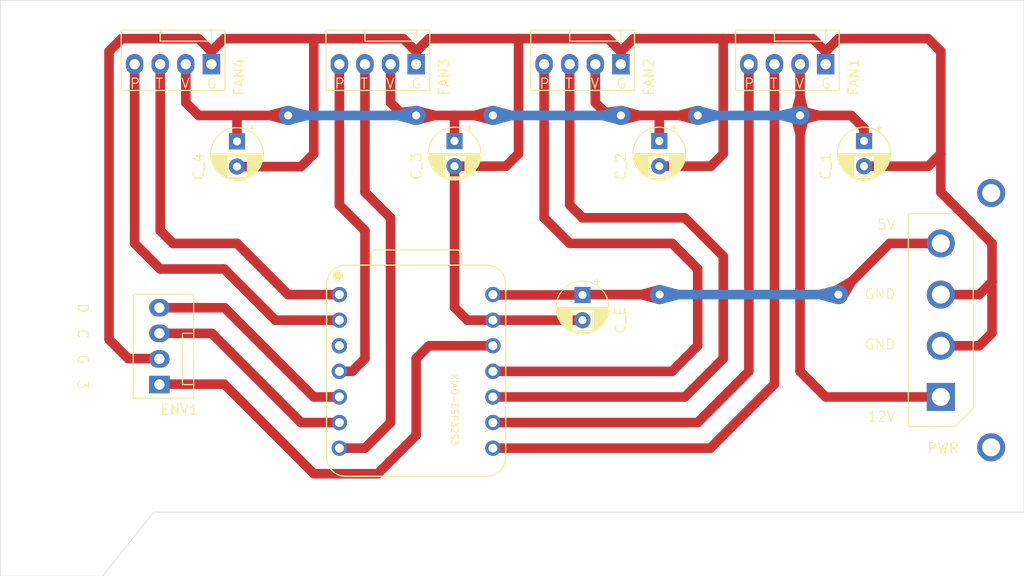
<source format=kicad_pcb>
(kicad_pcb (version 20240108) (generator "pcbnew") (generator_version "8.0")
  (layers (0 "F.Cu" signal) (31 "B.Cu" signal) (37 "F.SilkS" user "F.Silkscreen") (44 "Edge.Cuts" user))
  (net 0 "")
  (net 1 "SDA")
  (net 2 "SCL")
  (net 3 "5V")
  (net 4 "12V")
  (net 5 "GND")
  (net 6 "3V3")
  (net 7 "PWM1")
  (net 8 "PWM2")
  (net 9 "PWM3")
  (net 10 "PWM4")
  (net 11 "TACHO1")
  (net 12 "TACHO2")
  (net 13 "TACHO3")
  (net 14 "TACHO4")
  (footprint "Custom Project:PWM 4-pin Fan Header" (layer "F.Cu") (at 126.345 82.51)
    (property "Reference" "FAN3" (at 6.604 1.31 90) (layer "F.SilkS"))
    (property "Value" "PWM 4-pin Fan Header")
    (fp_text user "V" (at 0.762 2.54 0) (layer "F.SilkS") (effects (font (thickness 0.1)) (justify left bottom)))
    (fp_text user "G" (at 3.302 2.54 0) (layer "F.SilkS") (effects (font (thickness 0.1)) (justify left bottom)))
    (fp_text user "P" (at -4.318 2.54 0) (layer "F.SilkS") (effects (font (thickness 0.1)) (justify left bottom)))
    (fp_text user "T" (at -1.778 2.54 0) (layer "F.SilkS") (effects (font (thickness 0.1)) (justify left bottom)))
    (pad "1" thru_hole rect (at 3.83 0.04 270) (size 2.03 1.73) (drill 1.02) (layers "*.Cu" "*.Mask") (net 5 "GND"))
    (pad "2" thru_hole oval (at 1.29 0.04 270) (size 2.03 1.73) (drill 1.02) (layers "*.Cu" "*.Mask") (net 4 "12V"))
    (pad "3" thru_hole oval (at -1.25 0.04 270) (size 2.03 1.73) (drill 1.02) (layers "*.Cu" "*.Mask") (net 13 "TACHO3"))
    (pad "4" thru_hole oval (at -3.79 0.04 270) (size 2.03 1.73) (drill 1.02) (layers "*.Cu" "*.Mask") (net 9 "PWM3"))
  )
  (footprint "Capacitor_THT:CP_Radial_D5.0mm_P2.50mm" (layer "F.Cu") (at 154.305 90.17 -90)
    (property "Reference" "C_2" (at 2.54 3.81 90) (layer "F.SilkS"))
    (property "Value" "CP_Radial_D5.0mm_P2.50mm")
    (pad "1" thru_hole rect (at 0 0 270) (size 1.6 1.6) (drill 0.8) (layers "*.Cu" "*.Mask") (net 4 "12V"))
    (pad "2" thru_hole circle (at 2.5 0 270) (size 1.6 1.6) (drill 0.8) (layers "*.Cu" "*.Mask") (net 5 "GND"))
  )
  (footprint "Capacitor_THT:CP_Radial_D5.0mm_P2.50mm" (layer "F.Cu") (at 174.625 90.17 -90)
    (property "Reference" "C_1" (at 2.5 3.81 90) (layer "F.SilkS"))
    (property "Value" "CP_Radial_D5.0mm_P2.50mm")
    (pad "1" thru_hole rect (at 0 0 270) (size 1.6 1.6) (drill 0.8) (layers "*.Cu" "*.Mask") (net 4 "12V"))
    (pad "2" thru_hole circle (at 2.5 0 270) (size 1.6 1.6) (drill 0.8) (layers "*.Cu" "*.Mask") (net 5 "GND"))
  )
  (footprint "Capacitor_THT:CP_Radial_D5.0mm_P2.50mm" (layer "F.Cu") (at 112.395 90.21 -90)
    (property "Reference" "C_4" (at 2.5 3.81 90) (layer "F.SilkS"))
    (property "Value" "CP_Radial_D5.0mm_P2.50mm")
    (pad "1" thru_hole rect (at 0 0 270) (size 1.6 1.6) (drill 0.8) (layers "*.Cu" "*.Mask") (net 4 "12V"))
    (pad "2" thru_hole circle (at 2.5 0 270) (size 1.6 1.6) (drill 0.8) (layers "*.Cu" "*.Mask") (net 5 "GND"))
  )
  (footprint "Capacitor_THT:CP_Radial_D5.0mm_P2.50mm" (layer "F.Cu") (at 133.985 90.17 -90)
    (property "Reference" "C_3" (at 2.5 3.81 90) (layer "F.SilkS"))
    (property "Value" "CP_Radial_D5.0mm_P2.50mm")
    (pad "1" thru_hole rect (at 0 0 270) (size 1.6 1.6) (drill 0.8) (layers "*.Cu" "*.Mask") (net 4 "12V"))
    (pad "2" thru_hole circle (at 2.5 0 270) (size 1.6 1.6) (drill 0.8) (layers "*.Cu" "*.Mask") (net 5 "GND"))
  )
  (footprint "Custom Project:PWM 4-pin Fan Header" (layer "F.Cu") (at 146.665 82.51)
    (property "Reference" "FAN2" (at 6.604 1.31 90) (layer "F.SilkS"))
    (property "Value" "PWM 4-pin Fan Header")
    (fp_text user "G" (at 3.302 2.54 0) (layer "F.SilkS") (effects (font (thickness 0.1)) (justify left bottom)))
    (fp_text user "P" (at -4.318 2.54 0) (layer "F.SilkS") (effects (font (thickness 0.1)) (justify left bottom)))
    (fp_text user "V" (at 0.762 2.54 0) (layer "F.SilkS") (effects (font (thickness 0.1)) (justify left bottom)))
    (fp_text user "T" (at -1.778 2.54 0) (layer "F.SilkS") (effects (font (thickness 0.1)) (justify left bottom)))
    (pad "1" thru_hole rect (at 3.83 0.04 270) (size 2.03 1.73) (drill 1.02) (layers "*.Cu" "*.Mask") (net 5 "GND"))
    (pad "2" thru_hole oval (at 1.29 0.04 270) (size 2.03 1.73) (drill 1.02) (layers "*.Cu" "*.Mask") (net 4 "12V"))
    (pad "3" thru_hole oval (at -1.25 0.04 270) (size 2.03 1.73) (drill 1.02) (layers "*.Cu" "*.Mask") (net 12 "TACHO2"))
    (pad "4" thru_hole oval (at -3.79 0.04 270) (size 2.03 1.73) (drill 1.02) (layers "*.Cu" "*.Mask") (net 8 "PWM2"))
  )
  (footprint "MountingHole:MountingHole_3.2mm_M3" (layer "F.Cu") (at 93.98 125.63)
    (property "Reference" "REF**" (hide yes))
    (property "Value" "MountingHole_3.2mm_M3")
    (pad "" np_thru_hole circle (at 0 0) (size 3.2 3.2) (drill 3.2) (layers "*.Cu" "*.Mask"))
  )
  (footprint "Capacitor_THT:CP_Radial_D5.0mm_P2.50mm" (layer "F.Cu") (at 146.685 105.45 -90)
    (property "Reference" "C_E" (at 2.5 -3.75 90) (layer "F.SilkS"))
    (property "Value" "CP_Radial_D5.0mm_P2.50mm")
    (pad "1" thru_hole rect (at 0 0 270) (size 1.6 1.6) (drill 0.8) (layers "*.Cu" "*.Mask") (net 3 "5V"))
    (pad "2" thru_hole circle (at 2.5 0 270) (size 1.6 1.6) (drill 0.8) (layers "*.Cu" "*.Mask") (net 5 "GND"))
  )
  (footprint "MountingHole:MountingHole_3.2mm_M3" (layer "F.Cu") (at 93.98 87.63)
    (property "Reference" "REF**" (hide yes))
    (property "Value" "MountingHole_3.2mm_M3")
    (pad "" np_thru_hole circle (at 0 0) (size 3.2 3.2) (drill 3.2) (layers "*.Cu" "*.Mask"))
  )
  (footprint "Custom Project:XIAO-ESP32S3-DIP" (layer "F.Cu") (at 130.175 113.03)
    (property "Reference" "XIAO-ESP32S3" (at 3.81 3.81 -90) (layer "F.SilkS") (effects (font (size 0.635 0.635) (thickness 0.1016))))
    (property "Value" "XIAO-ESP32-S3-DIP")
    (pad "1" thru_hole circle (at -7.62 -7.62 180) (size 1.524 1.524) (drill 0.889) (layers "*.Cu" "*.Mask") (net 14 "TACHO4"))
    (pad "2" thru_hole circle (at -7.62 -5.08 180) (size 1.524 1.524) (drill 0.889) (layers "*.Cu" "*.Mask") (net 10 "PWM4"))
    (pad "3" thru_hole circle (at -7.62 -2.54 180) (size 1.524 1.524) (drill 0.889) (layers "*.Cu" "*.Mask"))
    (pad "4" thru_hole circle (at -7.62 0 180) (size 1.524 1.524) (drill 0.889) (layers "*.Cu" "*.Mask") (net 9 "PWM3"))
    (pad "5" thru_hole circle (at -7.62 2.54 180) (size 1.524 1.524) (drill 0.889) (layers "*.Cu" "*.Mask") (net 1 "SDA"))
    (pad "6" thru_hole circle (at -7.62 5.08 180) (size 1.524 1.524) (drill 0.889) (layers "*.Cu" "*.Mask") (net 2 "SCL"))
    (pad "7" thru_hole circle (at -7.62 7.62 180) (size 1.524 1.524) (drill 0.889) (layers "*.Cu" "*.Mask") (net 13 "TACHO3"))
    (pad "8" thru_hole circle (at 7.62 7.62) (size 1.524 1.524) (drill 0.889) (layers "*.Cu" "*.Mask") (net 11 "TACHO1"))
    (pad "9" thru_hole circle (at 7.62 5.08) (size 1.524 1.524) (drill 0.889) (layers "*.Cu" "*.Mask") (net 7 "PWM1"))
    (pad "10" thru_hole circle (at 7.62 2.54) (size 1.524 1.524) (drill 0.889) (layers "*.Cu" "*.Mask") (net 12 "TACHO2"))
    (pad "11" thru_hole circle (at 7.62 0) (size 1.524 1.524) (drill 0.889) (layers "*.Cu" "*.Mask") (net 8 "PWM2"))
    (pad "12" thru_hole circle (at 7.62 -2.54) (size 1.524 1.524) (drill 0.889) (layers "*.Cu" "*.Mask") (net 6 "3V3"))
    (pad "13" thru_hole circle (at 7.62 -5.08) (size 1.524 1.524) (drill 0.889) (layers "*.Cu" "*.Mask") (net 5 "GND"))
    (pad "14" thru_hole circle (at 7.62 -7.62) (size 1.524 1.524) (drill 0.889) (layers "*.Cu" "*.Mask") (net 3 "5V"))
  )
  (footprint "Custom Project:PWM 4-pin Fan Header" (layer "F.Cu") (at 106.025 82.51)
    (property "Reference" "FAN4" (at 6.604 1.31 90) (layer "F.SilkS"))
    (property "Value" "PWM 4-pin Fan Header")
    (fp_text user "V" (at 0.762 2.54 0) (layer "F.SilkS") (effects (font (thickness 0.1)) (justify left bottom)))
    (fp_text user "T" (at -1.778 2.54 0) (layer "F.SilkS") (effects (font (thickness 0.1)) (justify left bottom)))
    (fp_text user "G" (at 3.302 2.54 0) (layer "F.SilkS") (effects (font (thickness 0.1)) (justify left bottom)))
    (fp_text user "P" (at -4.318 2.54 0) (layer "F.SilkS") (effects (font (thickness 0.1)) (justify left bottom)))
    (pad "1" thru_hole rect (at 3.83 0.04 270) (size 2.03 1.73) (drill 1.02) (layers "*.Cu" "*.Mask") (net 5 "GND"))
    (pad "2" thru_hole oval (at 1.29 0.04 270) (size 2.03 1.73) (drill 1.02) (layers "*.Cu" "*.Mask") (net 4 "12V"))
    (pad "3" thru_hole oval (at -1.25 0.04 270) (size 2.03 1.73) (drill 1.02) (layers "*.Cu" "*.Mask") (net 14 "TACHO4"))
    (pad "4" thru_hole oval (at -3.79 0.04 270) (size 2.03 1.73) (drill 1.02) (layers "*.Cu" "*.Mask") (net 10 "PWM4"))
  )
  (footprint "Custom Project:Molex 4-Pin Power Connector" (layer "F.Cu") (at 182.245 107.95)
    (property "Reference" "PWR" (at 0.22 12.7 0) (layer "F.SilkS"))
    (property "Value" "Molex 4-Pin Power Connector")
    (fp_text user "GND" (at -4.445 3 0) (layer "F.SilkS") (effects (font (thickness 0.1)) (justify right bottom)))
    (fp_text user "5V" (at -4.445 -8.89 0) (layer "F.SilkS") (effects (font (thickness 0.1)) (justify right bottom)))
    (fp_text user "12V" (at -4.445 10.16 0) (layer "F.SilkS") (effects (font (thickness 0.1)) (justify right bottom)))
    (fp_text user "GND" (at -4.445 -2 0) (layer "F.SilkS") (effects (font (thickness 0.1)) (justify right bottom)))
    (pad "" np_thru_hole circle (at 5 -12.62 270) (size 2.78 2.78) (drill 1.78) (layers "F&B.Cu" "*.Mask"))
    (pad "" np_thru_hole circle (at 5 12.62 270) (size 2.78 2.78) (drill 1.78) (layers "F&B.Cu" "*.Mask"))
    (pad "1" thru_hole rect (at 0 7.62 270) (size 2.78 2.78) (drill 1.78) (layers "*.Cu" "*.Mask") (net 4 "12V"))
    (pad "2" thru_hole circle (at 0 2.54 270) (size 2.78 2.78) (drill 1.78) (layers "*.Cu" "*.Mask") (net 5 "GND"))
    (pad "3" thru_hole circle (at 0 -2.54 270) (size 2.78 2.78) (drill 1.78) (layers "*.Cu" "*.Mask") (net 5 "GND"))
    (pad "4" thru_hole circle (at 0 -7.62 270) (size 2.78 2.78) (drill 1.78) (layers "*.Cu" "*.Mask") (net 3 "5V"))
  )
  (footprint "Custom Project:PWM 4-pin Fan Header" (layer "F.Cu") (at 166.985 82.51)
    (property "Reference" "FAN1" (at 6.604 1.31 90) (layer "F.SilkS"))
    (property "Value" "PWM 4-pin Fan Header")
    (fp_text user "G" (at 3.302 2.54 0) (layer "F.SilkS") (effects (font (thickness 0.1)) (justify left bottom)))
    (fp_text user "P" (at -4.318 2.54 0) (layer "F.SilkS") (effects (font (thickness 0.1)) (justify left bottom)))
    (fp_text user "V" (at 0.762 2.54 0) (layer "F.SilkS") (effects (font (thickness 0.1)) (justify left bottom)))
    (fp_text user "T" (at -1.778 2.54 0) (layer "F.SilkS") (effects (font (thickness 0.1)) (justify left bottom)))
    (pad "1" thru_hole rect (at 3.83 0.04 270) (size 2.03 1.73) (drill 1.02) (layers "*.Cu" "*.Mask") (net 5 "GND"))
    (pad "2" thru_hole oval (at 1.29 0.04 270) (size 2.03 1.73) (drill 1.02) (layers "*.Cu" "*.Mask") (net 4 "12V"))
    (pad "3" thru_hole oval (at -1.25 0.04 270) (size 2.03 1.73) (drill 1.02) (layers "*.Cu" "*.Mask") (net 11 "TACHO1"))
    (pad "4" thru_hole oval (at -3.79 0.04 270) (size 2.03 1.73) (drill 1.02) (layers "*.Cu" "*.Mask") (net 7 "PWM1"))
  )
  (footprint "Custom Project:PWM 4-pin Fan Header" (layer "F.Cu") (at 104.735 110.51 -90)
    (property "Reference" "ENV1" (at 6.33 -1.945 0) (layer "F.SilkS"))
    (property "Value" "PWM 4-pin Fan Header")
    (fp_text user "D" (at -4.318 8.215 -90) (layer "F.SilkS") (effects (font (thickness 0.1)) (justify left bottom)))
    (fp_text user "G" (at 0.762 8.215 -90) (layer "F.SilkS") (effects (font (thickness 0.1)) (justify left bottom)))
    (fp_text user "C" (at -1.778 8.215 -90) (layer "F.SilkS") (effects (font (thickness 0.1)) (justify left bottom)))
    (fp_text user "3" (at 3.302 8.215 -90) (layer "F.SilkS") (effects (font (thickness 0.1)) (justify left bottom)))
    (pad "1" thru_hole rect (at 3.83 0.04 180) (size 2.03 1.73) (drill 1.02) (layers "*.Cu" "*.Mask") (net 6 "3V3"))
    (pad "2" thru_hole oval (at 1.29 0.04 180) (size 2.03 1.73) (drill 1.02) (layers "*.Cu" "*.Mask") (net 5 "GND"))
    (pad "3" thru_hole oval (at -1.25 0.04 180) (size 2.03 1.73) (drill 1.02) (layers "*.Cu" "*.Mask") (net 2 "SCL"))
    (pad "4" thru_hole oval (at -3.79 0.04 180) (size 2.03 1.73) (drill 1.02) (layers "*.Cu" "*.Mask") (net 1 "SDA"))
  )
  (gr_line (start 88.9 133.35) (end 88.9 76.2) (stroke (width 0.05)) (layer "Edge.Cuts"))
  (gr_line (start 190.5 127) (end 104.14 127) (stroke (width 0.05)) (layer "Edge.Cuts"))
  (gr_line (start 190.5 76.2) (end 190.5 127) (stroke (width 0.05)) (layer "Edge.Cuts"))
  (gr_line (start 104.14 127) (end 99.06 133.35) (stroke (width 0.05)) (layer "Edge.Cuts"))
  (gr_line (start 88.9 76.2) (end 190.5 76.2) (stroke (width 0.05)) (layer "Edge.Cuts"))
  (gr_line (start 88.9 133.35) (end 99.06 133.35) (stroke (width 0.05)) (layer "Edge.Cuts"))
  (segment (start 104.695 106.72) (end 111.165 106.72) (width 0.9525) (layer "F.Cu") (net 1))
  (segment (start 111.165 106.72) (end 120.015 115.57) (width 0.9525) (layer "F.Cu") (net 1))
  (segment (start 122.555 115.57) (end 120.015 115.57) (width 0.9525) (layer "F.Cu") (net 1))
  (segment (start 122.555 118.11) (end 118.745 118.11) (width 0.9525) (layer "F.Cu") (net 2))
  (segment (start 118.745 118.11) (end 109.895 109.26) (width 0.9525) (layer "F.Cu") (net 2))
  (segment (start 109.895 109.26) (end 104.695 109.26) (width 0.9525) (layer "F.Cu") (net 2))
  (segment (start 146.685 105.45) (end 137.835 105.45) (width 0.9525) (layer "F.Cu") (net 3))
  (segment (start 172.085 105.41) (end 177.165 100.33) (width 0.9525) (layer "F.Cu") (net 3))
  (segment (start 177.165 100.33) (end 182.245 100.33) (width 0.9525) (layer "F.Cu") (net 3))
  (segment (start 137.835 105.45) (end 137.795 105.41) (width 0.9525) (layer "F.Cu") (net 3))
  (segment (start 146.725 105.41) (end 146.685 105.45) (width 0.9525) (layer "F.Cu") (net 3))
  (segment (start 154.345 105.41) (end 146.725 105.41) (width 0.9525) (layer "F.Cu") (net 3))
  (via (at 172.085 105.41) (size 1.905) (drill 0.79375) (layers "F.Cu" "B.Cu") (net 3))
  (via (at 154.345 105.41) (size 1.905) (drill 0.79375) (layers "F.Cu" "B.Cu") (net 3))
  (segment (start 154.345 105.41) (end 172.085 105.41) (width 0.9525) (layer "B.Cu") (net 3))
  (segment (start 154.305 90.17) (end 154.305 87.63) (width 0.9525) (layer "F.Cu") (net 4))
  (segment (start 170.815 115.57) (end 182.245 115.57) (width 0.9525) (layer "F.Cu") (net 4))
  (segment (start 168.275 113.03) (end 170.815 115.57) (width 0.9525) (layer "F.Cu") (net 4))
  (segment (start 150.495 87.63) (end 154.305 87.63) (width 0.9525) (layer "F.Cu") (net 4))
  (segment (start 128.905 87.63) (end 127.635 86.36) (width 0.9525) (layer "F.Cu") (net 4))
  (segment (start 137.795 87.63) (end 133.985 87.63) (width 0.9525) (layer "F.Cu") (net 4))
  (segment (start 133.985 90.17) (end 133.985 87.63) (width 0.9525) (layer "F.Cu") (net 4))
  (segment (start 168.275 87.63) (end 168.275 82.55) (width 0.9525) (layer "F.Cu") (net 4))
  (segment (start 168.275 87.63) (end 173.355 87.63) (width 0.9525) (layer "F.Cu") (net 4))
  (segment (start 117.475 87.63) (end 112.395 87.63) (width 0.9525) (layer "F.Cu") (net 4))
  (segment (start 107.315 86.36) (end 107.315 82.55) (width 0.9525) (layer "F.Cu") (net 4))
  (segment (start 112.395 87.63) (end 108.585 87.63) (width 0.9525) (layer "F.Cu") (net 4))
  (segment (start 173.355 87.63) (end 174.625 88.9) (width 0.9525) (layer "F.Cu") (net 4))
  (segment (start 147.955 86.36) (end 149.225 87.63) (width 0.9525) (layer "F.Cu") (net 4))
  (segment (start 147.955 82.55) (end 147.955 86.36) (width 0.9525) (layer "F.Cu") (net 4))
  (segment (start 112.395 90.21) (end 112.395 87.63) (width 0.9525) (layer "F.Cu") (net 4))
  (segment (start 154.305 87.63) (end 158.115 87.63) (width 0.9525) (layer "F.Cu") (net 4))
  (segment (start 174.625 88.9) (end 174.625 90.17) (width 0.9525) (layer "F.Cu") (net 4))
  (segment (start 168.275 87.63) (end 168.275 113.03) (width 0.9525) (layer "F.Cu") (net 4))
  (segment (start 127.635 86.36) (end 127.635 82.55) (width 0.9525) (layer "F.Cu") (net 4))
  (segment (start 130.175 87.63) (end 128.905 87.63) (width 0.9525) (layer "F.Cu") (net 4))
  (segment (start 133.985 87.63) (end 130.175 87.63) (width 0.9525) (layer "F.Cu") (net 4))
  (segment (start 149.225 87.63) (end 150.495 87.63) (width 0.9525) (layer "F.Cu") (net 4))
  (segment (start 108.585 87.63) (end 107.315 86.36) (width 0.9525) (layer "F.Cu") (net 4))
  (via (at 137.795 87.63) (size 1.905) (drill 0.79375) (layers "F.Cu" "B.Cu") (net 4))
  (via (at 158.115 87.63) (size 1.905) (drill 0.79375) (layers "F.Cu" "B.Cu") (net 4))
  (via (at 150.495 87.63) (size 1.905) (drill 0.79375) (layers "F.Cu" "B.Cu") (net 4))
  (via (at 168.275 87.63) (size 1.905) (drill 0.79375) (layers "F.Cu" "B.Cu") (net 4))
  (via (at 117.475 87.63) (size 1.905) (drill 0.79375) (layers "F.Cu" "B.Cu") (net 4))
  (via (at 130.175 87.63) (size 1.905) (drill 0.79375) (layers "F.Cu" "B.Cu") (net 4))
  (segment (start 168.275 87.63) (end 158.115 87.63) (width 0.9525) (layer "B.Cu") (net 4))
  (segment (start 117.475 87.63) (end 130.175 87.63) (width 0.9525) (layer "B.Cu") (net 4))
  (segment (start 150.495 87.63) (end 137.795 87.63) (width 0.9525) (layer "B.Cu") (net 4))
  (segment (start 99.695 109.855) (end 99.695 81.28) (width 0.9525) (layer "F.Cu") (net 5))
  (segment (start 111.125 80.01) (end 120.015 80.01) (width 0.9525) (layer "F.Cu") (net 5))
  (segment (start 149.225 80.01) (end 150.495 81.28) (width 0.9525) (layer "F.Cu") (net 5))
  (segment (start 130.175 81.28) (end 131.445 80.01) (width 0.9525) (layer "F.Cu") (net 5))
  (segment (start 100.965 80.01) (end 108.585 80.01) (width 0.9525) (layer "F.Cu") (net 5))
  (segment (start 130.175 81.28) (end 130.175 82.55) (width 0.9525) (layer "F.Cu") (net 5))
  (segment (start 160.655 91.44) (end 160.655 80.01) (width 0.9525) (layer "F.Cu") (net 5))
  (segment (start 131.445 80.01) (end 140.335 80.01) (width 0.9525) (layer "F.Cu") (net 5))
  (segment (start 108.585 80.01) (end 109.855 81.28) (width 0.9525) (layer "F.Cu") (net 5))
  (segment (start 101.6 111.76) (end 99.695 109.855) (width 0.9525) (layer "F.Cu") (net 5))
  (segment (start 135.255 107.95) (end 133.985 106.68) (width 0.9525) (layer "F.Cu") (net 5))
  (segment (start 150.495 81.28) (end 151.765 80.01) (width 0.9525) (layer "F.Cu") (net 5))
  (segment (start 120.015 91.44) (end 120.015 80.01) (width 0.9525) (layer "F.Cu") (net 5))
  (segment (start 187.325 100.33) (end 182.245 95.25) (width 0.9525) (layer "F.Cu") (net 5))
  (segment (start 104.655 111.76) (end 101.6 111.76) (width 0.9525) (layer "F.Cu") (net 5))
  (segment (start 169.545 80.01) (end 170.815 81.28) (width 0.9525) (layer "F.Cu") (net 5))
  (segment (start 170.815 81.28) (end 170.815 82.55) (width 0.9525) (layer "F.Cu") (net 5))
  (segment (start 118.745 92.71) (end 120.015 91.44) (width 0.9525) (layer "F.Cu") (net 5))
  (segment (start 187.325 109.22) (end 187.325 104.14) (width 0.9525) (layer "F.Cu") (net 5))
  (segment (start 140.335 80.01) (end 149.225 80.01) (width 0.9525) (layer "F.Cu") (net 5))
  (segment (start 128.905 80.01) (end 130.175 81.28) (width 0.9525) (layer "F.Cu") (net 5))
  (segment (start 99.695 81.28) (end 100.965 80.01) (width 0.9525) (layer "F.Cu") (net 5))
  (segment (start 174.625 92.67) (end 181.015 92.67) (width 0.9525) (layer "F.Cu") (net 5))
  (segment (start 137.795 107.95) (end 135.255 107.95) (width 0.9525) (layer "F.Cu") (net 5))
  (segment (start 160.655 80.01) (end 169.545 80.01) (width 0.9525) (layer "F.Cu") (net 5))
  (segment (start 159.425 92.67) (end 160.655 91.44) (width 0.9525) (layer "F.Cu") (net 5))
  (segment (start 181.015 92.67) (end 182.245 91.44) (width 0.9525) (layer "F.Cu") (net 5))
  (segment (start 139.105 92.67) (end 140.335 91.44) (width 0.9525) (layer "F.Cu") (net 5))
  (segment (start 146.685 107.95) (end 137.795 107.95) (width 0.9525) (layer "F.Cu") (net 5))
  (segment (start 150.495 81.28) (end 150.495 82.55) (width 0.9525) (layer "F.Cu") (net 5))
  (segment (start 104.695 111.8) (end 104.655 111.76) (width 0.9525) (layer "F.Cu") (net 5))
  (segment (start 187.325 104.14) (end 187.325 100.33) (width 0.9525) (layer "F.Cu") (net 5))
  (segment (start 140.335 91.44) (end 140.335 80.01) (width 0.9525) (layer "F.Cu") (net 5))
  (segment (start 186.055 110.49) (end 187.325 109.22) (width 0.9525) (layer "F.Cu") (net 5))
  (segment (start 112.395 92.71) (end 118.745 92.71) (width 0.9525) (layer "F.Cu") (net 5))
  (segment (start 151.765 80.01) (end 160.655 80.01) (width 0.9525) (layer "F.Cu") (net 5))
  (segment (start 109.855 82.55) (end 109.855 81.28) (width 0.9525) (layer "F.Cu") (net 5))
  (segment (start 133.985 106.68) (end 133.985 92.67) (width 0.9525) (layer "F.Cu") (net 5))
  (segment (start 109.855 81.28) (end 111.125 80.01) (width 0.9525) (layer "F.Cu") (net 5))
  (segment (start 120.015 80.01) (end 128.905 80.01) (width 0.9525) (layer "F.Cu") (net 5))
  (segment (start 182.245 95.25) (end 182.245 91.44) (width 0.9525) (layer "F.Cu") (net 5))
  (segment (start 182.245 110.49) (end 186.055 110.49) (width 0.9525) (layer "F.Cu") (net 5))
  (segment (start 186.055 105.41) (end 187.325 104.14) (width 0.9525) (layer "F.Cu") (net 5))
  (segment (start 182.245 81.28) (end 180.975 80.01) (width 0.9525) (layer "F.Cu") (net 5))
  (segment (start 172.085 80.01) (end 170.815 81.28) (width 0.9525) (layer "F.Cu") (net 5))
  (segment (start 154.305 92.67) (end 159.425 92.67) (width 0.9525) (layer "F.Cu") (net 5))
  (segment (start 133.985 92.67) (end 139.105 92.67) (width 0.9525) (layer "F.Cu") (net 5))
  (segment (start 180.975 80.01) (end 172.085 80.01) (width 0.9525) (layer "F.Cu") (net 5))
  (segment (start 182.245 105.41) (end 186.055 105.41) (width 0.9525) (layer "F.Cu") (net 5))
  (segment (start 182.245 91.44) (end 182.245 81.28) (width 0.9525) (layer "F.Cu") (net 5))
  (segment (start 104.695 114.34) (end 104.735 114.3) (width 0.9525) (layer "F.Cu") (net 6))
  (segment (start 126.365 123.19) (end 130.175 119.38) (width 0.9525) (layer "F.Cu") (net 6))
  (segment (start 130.175 111.76) (end 131.445 110.49) (width 0.9525) (layer "F.Cu") (net 6))
  (segment (start 131.445 110.49) (end 137.795 110.49) (width 0.9525) (layer "F.Cu") (net 6))
  (segment (start 120.015 123.19) (end 126.365 123.19) (width 0.9525) (layer "F.Cu") (net 6))
  (segment (start 130.175 119.38) (end 130.175 111.76) (width 0.9525) (layer "F.Cu") (net 6))
  (segment (start 111.125 114.3) (end 120.015 123.19) (width 0.9525) (layer "F.Cu") (net 6))
  (segment (start 104.735 114.3) (end 111.125 114.3) (width 0.9525) (layer "F.Cu") (net 6))
  (segment (start 163.195 82.55) (end 163.195 113.03) (width 0.9525) (layer "F.Cu") (net 7))
  (segment (start 163.195 113.03) (end 158.115 118.11) (width 0.9525) (layer "F.Cu") (net 7))
  (segment (start 158.115 118.11) (end 137.795 118.11) (width 0.9525) (layer "F.Cu") (net 7))
  (segment (start 142.875 97.79) (end 142.875 82.55) (width 0.9525) (layer "F.Cu") (net 8))
  (segment (start 137.795 113.03) (end 155.575 113.03) (width 0.9525) (layer "F.Cu") (net 8))
  (segment (start 158.115 110.49) (end 158.115 102.87) (width 0.9525) (layer "F.Cu") (net 8))
  (segment (start 155.575 100.33) (end 145.415 100.33) (width 0.9525) (layer "F.Cu") (net 8))
  (segment (start 145.415 100.33) (end 142.875 97.79) (width 0.9525) (layer "F.Cu") (net 8))
  (segment (start 158.115 102.87) (end 155.575 100.33) (width 0.9525) (layer "F.Cu") (net 8))
  (segment (start 155.575 113.03) (end 158.115 110.49) (width 0.9525) (layer "F.Cu") (net 8))
  (segment (start 125.095 99.06) (end 122.555 96.52) (width 0.9525) (layer "F.Cu") (net 9))
  (segment (start 122.555 82.55) (end 122.555 96.52) (width 0.9525) (layer "F.Cu") (net 9))
  (segment (start 122.555 113.03) (end 123.825 113.03) (width 0.9525) (layer "F.Cu") (net 9))
  (segment (start 123.825 113.03) (end 125.095 111.76) (width 0.9525) (layer "F.Cu") (net 9))
  (segment (start 125.095 111.76) (end 125.095 99.06) (width 0.9525) (layer "F.Cu") (net 9))
  (segment (start 102.235 100.33) (end 102.235 82.55) (width 0.9525) (layer "F.Cu") (net 10))
  (segment (start 116.205 107.95) (end 111.125 102.87) (width 0.9525) (layer "F.Cu") (net 10))
  (segment (start 111.125 102.87) (end 104.775 102.87) (width 0.9525) (layer "F.Cu") (net 10))
  (segment (start 122.555 107.95) (end 116.205 107.95) (width 0.9525) (layer "F.Cu") (net 10))
  (segment (start 104.775 102.87) (end 102.235 100.33) (width 0.9525) (layer "F.Cu") (net 10))
  (segment (start 165.735 114.3) (end 159.385 120.65) (width 0.9525) (layer "F.Cu") (net 11))
  (segment (start 165.735 82.55) (end 165.735 114.3) (width 0.9525) (layer "F.Cu") (net 11))
  (segment (start 159.385 120.65) (end 137.795 120.65) (width 0.9525) (layer "F.Cu") (net 11))
  (segment (start 146.685 97.79) (end 145.415 96.52) (width 0.9525) (layer "F.Cu") (net 12))
  (segment (start 156.845 97.79) (end 146.685 97.79) (width 0.9525) (layer "F.Cu") (net 12))
  (segment (start 137.795 115.57) (end 156.845 115.57) (width 0.9525) (layer "F.Cu") (net 12))
  (segment (start 160.655 111.76) (end 160.655 101.6) (width 0.9525) (layer "F.Cu") (net 12))
  (segment (start 156.845 115.57) (end 160.655 111.76) (width 0.9525) (layer "F.Cu") (net 12))
  (segment (start 145.415 96.52) (end 145.415 82.55) (width 0.9525) (layer "F.Cu") (net 12))
  (segment (start 160.655 101.6) (end 156.845 97.79) (width 0.9525) (layer "F.Cu") (net 12))
  (segment (start 122.555 120.65) (end 125.095 120.65) (width 0.9525) (layer "F.Cu") (net 13))
  (segment (start 125.095 95.25) (end 125.095 82.55) (width 0.9525) (layer "F.Cu") (net 13))
  (segment (start 127.635 118.11) (end 127.635 97.79) (width 0.9525) (layer "F.Cu") (net 13))
  (segment (start 125.095 120.65) (end 127.635 118.11) (width 0.9525) (layer "F.Cu") (net 13))
  (segment (start 127.635 97.79) (end 125.095 95.25) (width 0.9525) (layer "F.Cu") (net 13))
  (segment (start 112.395 100.33) (end 106.045 100.33) (width 0.9525) (layer "F.Cu") (net 14))
  (segment (start 117.475 105.41) (end 112.395 100.33) (width 0.9525) (layer "F.Cu") (net 14))
  (segment (start 122.555 105.41) (end 117.475 105.41) (width 0.9525) (layer "F.Cu") (net 14))
  (segment (start 104.775 99.06) (end 104.775 82.55) (width 0.9525) (layer "F.Cu") (net 14))
  (segment (start 106.045 100.33) (end 104.775 99.06) (width 0.9525) (layer "F.Cu") (net 14))
)
</source>
